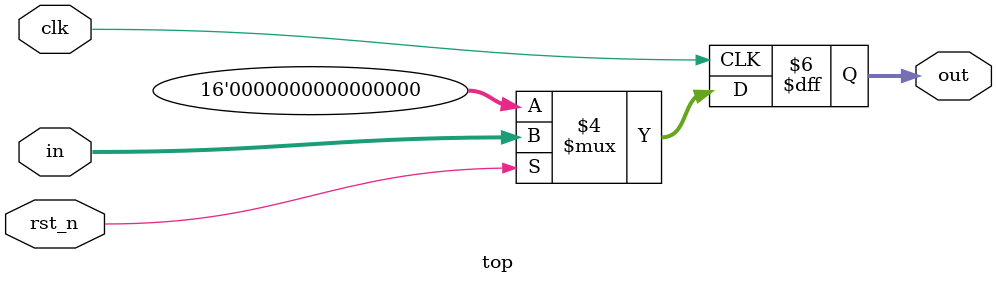
<source format=v>
module top #(parameter N=16)(input clk, input rst_n, input [N-1:0] in, output reg [N-1:0] out);

	always @(posedge clk) begin : proc_
		if(~rst_n) begin
			out <= 0;
		end else begin
			 out <= in;
		end
	end

endmodule 

</source>
